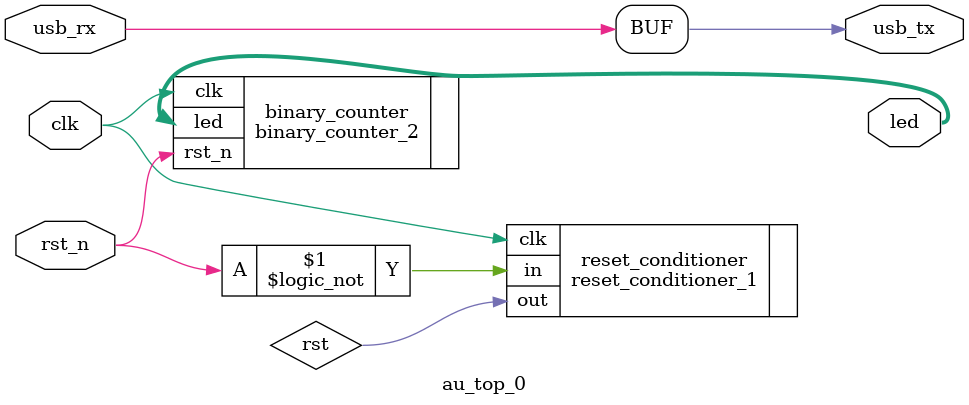
<source format=v>
module au_top_0(
    input clk,              // 100MHz clock
    input rst_n,            // reset button (active low)
    output [7:0] led,       // 8 user controllable LEDs
    input usb_rx,           // USB->Serial input
    output usb_tx           // USB->Serial output
    );
    
    wire rst;
    
    // The reset conditioner is used to synchronize the reset signal to the FPGA
    // clock. This ensures the entire FPGA comes out of reset at the same time.
    reset_conditioner_1 reset_conditioner(.clk(clk), .in(!rst_n), .out(rst));
    
    binary_counter_2 binary_counter(.clk(clk), .rst_n(rst_n), .led(led));

    assign usb_tx = usb_rx;  // echo the serial data
    
endmodule
</source>
